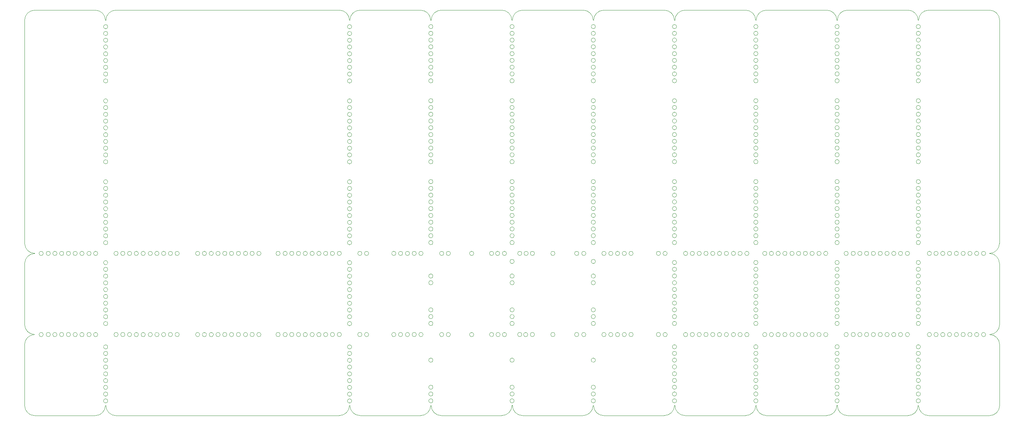
<source format=gm1>
G04 #@! TF.GenerationSoftware,KiCad,Pcbnew,7.0.2-0*
G04 #@! TF.CreationDate,2024-02-05T21:00:43+01:00*
G04 #@! TF.ProjectId,CYOA_Ortho,43594f41-5f4f-4727-9468-6f2e6b696361,rev?*
G04 #@! TF.SameCoordinates,Original*
G04 #@! TF.FileFunction,Profile,NP*
%FSLAX46Y46*%
G04 Gerber Fmt 4.6, Leading zero omitted, Abs format (unit mm)*
G04 Created by KiCad (PCBNEW 7.0.2-0) date 2024-02-05 21:00:43*
%MOMM*%
%LPD*%
G01*
G04 APERTURE LIST*
G04 #@! TA.AperFunction,Profile*
%ADD10C,0.100000*%
G04 #@! TD*
G04 APERTURE END LIST*
D10*
X166087500Y-93099999D02*
G75*
G03*
X166087500Y-93099999I-499999J0D01*
G01*
X191687500Y-93100000D02*
G75*
G03*
X191687500Y-93100000I-500000J0D01*
G01*
X108668749Y-93099997D02*
G75*
G03*
X108668749Y-93099997I-499999J0D01*
G01*
X250556248Y-112212503D02*
G75*
G03*
X250556248Y-112212503I-500000J0D01*
G01*
X57300000Y-131312500D02*
X109786783Y-131299283D01*
X112700000Y-121481250D02*
G75*
G03*
X112700000Y-121481250I-500000J0D01*
G01*
X53012499Y-112212500D02*
G75*
G03*
X53012499Y-112212500I-500000J0D01*
G01*
X208200000Y-87343750D02*
G75*
G03*
X208200000Y-87343750I-500000J0D01*
G01*
X227300000Y-58737500D02*
G75*
G03*
X227300000Y-58737500I-500000J0D01*
G01*
X49787500Y-112212499D02*
G75*
G03*
X49787500Y-112212499I-499999J0D01*
G01*
X261731249Y-93100000D02*
G75*
G03*
X261731249Y-93100000I-500000J0D01*
G01*
X189074283Y-95250000D02*
G75*
G03*
X189074283Y-95250000I-500000J0D01*
G01*
X246400000Y-60325000D02*
G75*
G03*
X246400000Y-60325000I-500000J0D01*
G01*
X253731248Y-112212502D02*
G75*
G03*
X253731248Y-112212502I-499999J0D01*
G01*
X55361783Y-79406250D02*
G75*
G03*
X55361783Y-79406250I-500000J0D01*
G01*
X150900000Y-41275000D02*
G75*
G03*
X150900000Y-41275000I-500000J0D01*
G01*
X171963217Y-35812517D02*
G75*
G03*
X169575717Y-38200000I-17J-2387483D01*
G01*
X226749283Y-38200000D02*
X226850717Y-38200000D01*
X57806249Y-112212499D02*
G75*
G03*
X57806249Y-112212499I-499999J0D01*
G01*
X131800000Y-46068750D02*
G75*
G03*
X131800000Y-46068750I-500000J0D01*
G01*
X246400000Y-95250000D02*
G75*
G03*
X246400000Y-95250000I-500000J0D01*
G01*
X252143748Y-112212503D02*
G75*
G03*
X252143748Y-112212503I-500000J0D01*
G01*
X198068750Y-112212502D02*
G75*
G03*
X198068750Y-112212502I-499999J0D01*
G01*
X227300000Y-95250000D02*
G75*
G03*
X227300000Y-95250000I-500000J0D01*
G01*
X131800000Y-85756250D02*
G75*
G03*
X131800000Y-85756250I-500000J0D01*
G01*
X133763217Y-35812517D02*
G75*
G03*
X131375717Y-38200000I-17J-2387483D01*
G01*
X112700000Y-109637500D02*
G75*
G03*
X112700000Y-109637500I-500000J0D01*
G01*
X55361783Y-108012500D02*
G75*
G03*
X55361783Y-108012500I-500000J0D01*
G01*
X246400000Y-126206250D02*
G75*
G03*
X246400000Y-126206250I-500000J0D01*
G01*
X189074283Y-68293750D02*
G75*
G03*
X189074283Y-68293750I-500000J0D01*
G01*
X229431249Y-93100000D02*
G75*
G03*
X229431249Y-93100000I-500000J0D01*
G01*
X45018749Y-93099998D02*
G75*
G03*
X45018749Y-93099998I-500000J0D01*
G01*
X150900000Y-65118750D02*
G75*
G03*
X150900000Y-65118750I-500000J0D01*
G01*
X208200000Y-57150000D02*
G75*
G03*
X208200000Y-57150000I-500000J0D01*
G01*
X245950717Y-128911783D02*
G75*
G03*
X248338217Y-131299283I2387483J-17D01*
G01*
X208200000Y-88931250D02*
G75*
G03*
X208200000Y-88931250I-500000J0D01*
G01*
X150900000Y-88931250D02*
G75*
G03*
X150900000Y-88931250I-500000J0D01*
G01*
X265012500Y-38200000D02*
G75*
G03*
X262625000Y-35812500I-2387500J0D01*
G01*
X227300000Y-106393750D02*
G75*
G03*
X227300000Y-106393750I-500000J0D01*
G01*
X112275717Y-128911783D02*
G75*
G03*
X114663217Y-131299283I2387483J-17D01*
G01*
X40206250Y-112212501D02*
G75*
G03*
X40206250Y-112212501I-500000J0D01*
G01*
X224637498Y-112212502D02*
G75*
G03*
X224637498Y-112212502I-499999J0D01*
G01*
X246400000Y-127825000D02*
G75*
G03*
X246400000Y-127825000I-500000J0D01*
G01*
X246400000Y-104806250D02*
G75*
G03*
X246400000Y-104806250I-500000J0D01*
G01*
X189074283Y-123031250D02*
G75*
G03*
X189074283Y-123031250I-500000J0D01*
G01*
X250556248Y-93100000D02*
G75*
G03*
X250556248Y-93100000I-500000J0D01*
G01*
X40206250Y-93099998D02*
G75*
G03*
X40206250Y-93099998I-500000J0D01*
G01*
X189074283Y-63500000D02*
G75*
G03*
X189074283Y-63500000I-500000J0D01*
G01*
X43431249Y-93099998D02*
G75*
G03*
X43431249Y-93099998I-500000J0D01*
G01*
X208200000Y-42862500D02*
G75*
G03*
X208200000Y-42862500I-500000J0D01*
G01*
X170000000Y-85756250D02*
G75*
G03*
X170000000Y-85756250I-500000J0D01*
G01*
X229238217Y-131299283D02*
X243461783Y-131299283D01*
X150900000Y-98425000D02*
G75*
G03*
X150900000Y-98425000I-500000J0D01*
G01*
X131800000Y-71500000D02*
G75*
G03*
X131800000Y-71500000I-500000J0D01*
G01*
X55361783Y-69912500D02*
G75*
G03*
X55361783Y-69912500I-500000J0D01*
G01*
X131800000Y-68293750D02*
G75*
G03*
X131800000Y-68293750I-500000J0D01*
G01*
X189074283Y-82550000D02*
G75*
G03*
X189074283Y-82550000I-500000J0D01*
G01*
X189074283Y-60325000D02*
G75*
G03*
X189074283Y-60325000I-500000J0D01*
G01*
X189074283Y-76200000D02*
G75*
G03*
X189074283Y-76200000I-500000J0D01*
G01*
X135912499Y-112212501D02*
G75*
G03*
X135912499Y-112212501I-500000J0D01*
G01*
X189074283Y-87343750D02*
G75*
G03*
X189074283Y-87343750I-500000J0D01*
G01*
X246400000Y-118237500D02*
G75*
G03*
X246400000Y-118237500I-500000J0D01*
G01*
X227300000Y-39687500D02*
G75*
G03*
X227300000Y-39687500I-500000J0D01*
G01*
X248338217Y-35812517D02*
G75*
G03*
X245950717Y-38200000I-17J-2387483D01*
G01*
X55361783Y-39718750D02*
G75*
G03*
X55361783Y-39718750I-500000J0D01*
G01*
X170000000Y-52450000D02*
G75*
G03*
X170000000Y-52450000I-500000J0D01*
G01*
X170000000Y-46068750D02*
G75*
G03*
X170000000Y-46068750I-500000J0D01*
G01*
X208200000Y-107981250D02*
G75*
G03*
X208200000Y-107981250I-500000J0D01*
G01*
X227300000Y-107981250D02*
G75*
G03*
X227300000Y-107981250I-500000J0D01*
G01*
X150900000Y-52450000D02*
G75*
G03*
X150900000Y-52450000I-500000J0D01*
G01*
X55361783Y-49275000D02*
G75*
G03*
X55361783Y-49275000I-500000J0D01*
G01*
X112700000Y-101637500D02*
G75*
G03*
X112700000Y-101637500I-500000J0D01*
G01*
X112700000Y-100050000D02*
G75*
G03*
X112700000Y-100050000I-500000J0D01*
G01*
X227300000Y-119825000D02*
G75*
G03*
X227300000Y-119825000I-500000J0D01*
G01*
X112174283Y-128911783D02*
X112275717Y-128911783D01*
X133763217Y-131299283D02*
X147986783Y-131299283D01*
X229431249Y-112212503D02*
G75*
G03*
X229431249Y-112212503I-500000J0D01*
G01*
X186186783Y-131299283D02*
G75*
G03*
X188574283Y-128911783I17J2387483D01*
G01*
X150900000Y-90550000D02*
G75*
G03*
X150900000Y-90550000I-500000J0D01*
G01*
X246400000Y-58737500D02*
G75*
G03*
X246400000Y-58737500I-500000J0D01*
G01*
X131800000Y-76200000D02*
G75*
G03*
X131800000Y-76200000I-500000J0D01*
G01*
X205286783Y-131299283D02*
G75*
G03*
X207674283Y-128911783I17J2387483D01*
G01*
X83368749Y-93099996D02*
G75*
G03*
X83368749Y-93099996I-499999J0D01*
G01*
X150900000Y-47656250D02*
G75*
G03*
X150900000Y-47656250I-500000J0D01*
G01*
X265012500Y-114600000D02*
G75*
G03*
X262625000Y-112212500I-2387500J0D01*
G01*
X112700000Y-65156250D02*
G75*
G03*
X112700000Y-65156250I-500000J0D01*
G01*
X55361783Y-65150000D02*
G75*
G03*
X55361783Y-65150000I-500000J0D01*
G01*
X112700000Y-47693750D02*
G75*
G03*
X112700000Y-47693750I-500000J0D01*
G01*
X170000000Y-68293750D02*
G75*
G03*
X170000000Y-68293750I-500000J0D01*
G01*
X112700000Y-68331250D02*
G75*
G03*
X112700000Y-68331250I-500000J0D01*
G01*
X258524998Y-112212502D02*
G75*
G03*
X258524998Y-112212502I-499999J0D01*
G01*
X112700000Y-84206250D02*
G75*
G03*
X112700000Y-84206250I-500000J0D01*
G01*
X227300000Y-126206250D02*
G75*
G03*
X227300000Y-126206250I-500000J0D01*
G01*
X227300000Y-124618750D02*
G75*
G03*
X227300000Y-124618750I-500000J0D01*
G01*
X170000000Y-95000000D02*
G75*
G03*
X170000000Y-95000000I-500000J0D01*
G01*
X227300000Y-96837500D02*
G75*
G03*
X227300000Y-96837500I-500000J0D01*
G01*
X227300000Y-127825000D02*
G75*
G03*
X227300000Y-127825000I-500000J0D01*
G01*
X208200000Y-71500000D02*
G75*
G03*
X208200000Y-71500000I-500000J0D01*
G01*
X262586783Y-93112483D02*
G75*
G03*
X264974283Y-90725000I17J2387483D01*
G01*
X109786783Y-35812500D02*
X57300000Y-35812500D01*
X248338217Y-131299283D02*
X262625000Y-131312500D01*
X150900000Y-87343750D02*
G75*
G03*
X150900000Y-87343750I-500000J0D01*
G01*
X246400000Y-124618750D02*
G75*
G03*
X246400000Y-124618750I-500000J0D01*
G01*
X189074283Y-107981250D02*
G75*
G03*
X189074283Y-107981250I-500000J0D01*
G01*
X76987499Y-112212500D02*
G75*
G03*
X76987499Y-112212500I-500000J0D01*
G01*
X246400000Y-123031250D02*
G75*
G03*
X246400000Y-123031250I-500000J0D01*
G01*
X215031249Y-93099999D02*
G75*
G03*
X215031249Y-93099999I-499999J0D01*
G01*
X232656248Y-112212503D02*
G75*
G03*
X232656248Y-112212503I-500000J0D01*
G01*
X170000000Y-98425000D02*
G75*
G03*
X170000000Y-98425000I-500000J0D01*
G01*
X227300000Y-109600000D02*
G75*
G03*
X227300000Y-109600000I-500000J0D01*
G01*
X62568749Y-112212499D02*
G75*
G03*
X62568749Y-112212499I-499999J0D01*
G01*
X45018749Y-112212501D02*
G75*
G03*
X45018749Y-112212501I-500000J0D01*
G01*
X208200000Y-123031250D02*
G75*
G03*
X208200000Y-123031250I-500000J0D01*
G01*
X150475717Y-128911783D02*
G75*
G03*
X152863217Y-131299283I2387483J-17D01*
G01*
X255349998Y-93099999D02*
G75*
G03*
X255349998Y-93099999I-499999J0D01*
G01*
X55361783Y-57181250D02*
G75*
G03*
X55361783Y-57181250I-500000J0D01*
G01*
X169474300Y-38200000D02*
G75*
G03*
X167086783Y-35812500I-2387500J0D01*
G01*
X55361783Y-109631250D02*
G75*
G03*
X55361783Y-109631250I-500000J0D01*
G01*
X129481249Y-112212500D02*
G75*
G03*
X129481249Y-112212500I-499999J0D01*
G01*
X208200000Y-65118750D02*
G75*
G03*
X208200000Y-65118750I-500000J0D01*
G01*
X208200000Y-116650000D02*
G75*
G03*
X208200000Y-116650000I-500000J0D01*
G01*
X186875001Y-112212502D02*
G75*
G03*
X186875001Y-112212502I-499999J0D01*
G01*
X227300000Y-98425000D02*
G75*
G03*
X227300000Y-98425000I-500000J0D01*
G01*
X262625000Y-112212500D02*
G75*
G03*
X265012500Y-109825000I0J2387500D01*
G01*
X189074283Y-80962500D02*
G75*
G03*
X189074283Y-80962500I-500000J0D01*
G01*
X112700000Y-87381250D02*
G75*
G03*
X112700000Y-87381250I-500000J0D01*
G01*
X64187500Y-93099997D02*
G75*
G03*
X64187500Y-93099997I-500000J0D01*
G01*
X131274300Y-38200000D02*
G75*
G03*
X128886783Y-35812500I-2387500J0D01*
G01*
X95887500Y-93099997D02*
G75*
G03*
X95887500Y-93099997I-499999J0D01*
G01*
X246400000Y-87343750D02*
G75*
G03*
X246400000Y-87343750I-500000J0D01*
G01*
X114663217Y-131299283D02*
X128886783Y-131299283D01*
X170000000Y-39687500D02*
G75*
G03*
X170000000Y-39687500I-500000J0D01*
G01*
X229238217Y-35812517D02*
G75*
G03*
X226850717Y-38200000I-17J-2387483D01*
G01*
X149099999Y-93099998D02*
G75*
G03*
X149099999Y-93099998I-499999J0D01*
G01*
X237449998Y-93099999D02*
G75*
G03*
X237449998Y-93099999I-499999J0D01*
G01*
X246400000Y-46068750D02*
G75*
G03*
X246400000Y-46068750I-500000J0D01*
G01*
X170000000Y-76200000D02*
G75*
G03*
X170000000Y-76200000I-500000J0D01*
G01*
X189074283Y-58737500D02*
G75*
G03*
X189074283Y-58737500I-500000J0D01*
G01*
X246400000Y-107981250D02*
G75*
G03*
X246400000Y-107981250I-500000J0D01*
G01*
X131800000Y-80962500D02*
G75*
G03*
X131800000Y-80962500I-500000J0D01*
G01*
X170000000Y-109600000D02*
G75*
G03*
X170000000Y-109600000I-500000J0D01*
G01*
X208200000Y-109600000D02*
G75*
G03*
X208200000Y-109600000I-500000J0D01*
G01*
X246400000Y-52450000D02*
G75*
G03*
X246400000Y-52450000I-500000J0D01*
G01*
X246400000Y-96837500D02*
G75*
G03*
X246400000Y-96837500I-500000J0D01*
G01*
X178868749Y-112212502D02*
G75*
G03*
X178868749Y-112212502I-499999J0D01*
G01*
X54811066Y-38200000D02*
X54912500Y-38200000D01*
X55361783Y-126237500D02*
G75*
G03*
X55361783Y-126237500I-500000J0D01*
G01*
X89799999Y-112212500D02*
G75*
G03*
X89799999Y-112212500I-500000J0D01*
G01*
X35812500Y-128925000D02*
G75*
G03*
X38200000Y-131312500I2387500J0D01*
G01*
X116700000Y-112212501D02*
G75*
G03*
X116700000Y-112212501I-500000J0D01*
G01*
X127893749Y-112212500D02*
G75*
G03*
X127893749Y-112212500I-499999J0D01*
G01*
X206087500Y-93100000D02*
G75*
G03*
X206087500Y-93100000I-500000J0D01*
G01*
X208200000Y-103218750D02*
G75*
G03*
X208200000Y-103218750I-500000J0D01*
G01*
X41874999Y-93099997D02*
G75*
G03*
X41874999Y-93099997I-499999J0D01*
G01*
X227300000Y-79375000D02*
G75*
G03*
X227300000Y-79375000I-500000J0D01*
G01*
X208200000Y-126206250D02*
G75*
G03*
X208200000Y-126206250I-500000J0D01*
G01*
X208200000Y-66706250D02*
G75*
G03*
X208200000Y-66706250I-500000J0D01*
G01*
X131800000Y-58737500D02*
G75*
G03*
X131800000Y-58737500I-500000J0D01*
G01*
X189074283Y-77787500D02*
G75*
G03*
X189074283Y-77787500I-500000J0D01*
G01*
X88243749Y-112212499D02*
G75*
G03*
X88243749Y-112212499I-499999J0D01*
G01*
X246400000Y-79375000D02*
G75*
G03*
X246400000Y-79375000I-500000J0D01*
G01*
X189074283Y-98425000D02*
G75*
G03*
X189074283Y-98425000I-500000J0D01*
G01*
X227300000Y-101600000D02*
G75*
G03*
X227300000Y-101600000I-500000J0D01*
G01*
X154099999Y-112212501D02*
G75*
G03*
X154099999Y-112212501I-499999J0D01*
G01*
X99112499Y-112212501D02*
G75*
G03*
X99112499Y-112212501I-500000J0D01*
G01*
X264974283Y-90725000D02*
X265012500Y-38200000D01*
X150900000Y-107981250D02*
G75*
G03*
X150900000Y-107981250I-500000J0D01*
G01*
X189074283Y-65118750D02*
G75*
G03*
X189074283Y-65118750I-500000J0D01*
G01*
X112700000Y-79412500D02*
G75*
G03*
X112700000Y-79412500I-500000J0D01*
G01*
X150900000Y-61912500D02*
G75*
G03*
X150900000Y-61912500I-500000J0D01*
G01*
X55361783Y-115125000D02*
G75*
G03*
X55361783Y-115125000I-500000J0D01*
G01*
X208200000Y-77787500D02*
G75*
G03*
X208200000Y-77787500I-500000J0D01*
G01*
X227300000Y-68293750D02*
G75*
G03*
X227300000Y-68293750I-500000J0D01*
G01*
X194893750Y-112212502D02*
G75*
G03*
X194893750Y-112212502I-499999J0D01*
G01*
X112700000Y-49281250D02*
G75*
G03*
X112700000Y-49281250I-500000J0D01*
G01*
X60981249Y-112212499D02*
G75*
G03*
X60981249Y-112212499I-499999J0D01*
G01*
X199656250Y-112212502D02*
G75*
G03*
X199656250Y-112212502I-499999J0D01*
G01*
X55361783Y-71531250D02*
G75*
G03*
X55361783Y-71531250I-500000J0D01*
G01*
X246400000Y-66706250D02*
G75*
G03*
X246400000Y-66706250I-500000J0D01*
G01*
X112700000Y-39725000D02*
G75*
G03*
X112700000Y-39725000I-500000J0D01*
G01*
X207775717Y-128911783D02*
G75*
G03*
X210163217Y-131299283I2387483J-17D01*
G01*
X246400000Y-49243750D02*
G75*
G03*
X246400000Y-49243750I-500000J0D01*
G01*
X149099999Y-112212501D02*
G75*
G03*
X149099999Y-112212501I-499999J0D01*
G01*
X245849300Y-38200000D02*
G75*
G03*
X243461783Y-35812500I-2387500J0D01*
G01*
X131800000Y-57150000D02*
G75*
G03*
X131800000Y-57150000I-500000J0D01*
G01*
X227300000Y-100012500D02*
G75*
G03*
X227300000Y-100012500I-500000J0D01*
G01*
X175693749Y-112212502D02*
G75*
G03*
X175693749Y-112212502I-499999J0D01*
G01*
X55361783Y-52481250D02*
G75*
G03*
X55361783Y-52481250I-500000J0D01*
G01*
X208200000Y-118237500D02*
G75*
G03*
X208200000Y-118237500I-500000J0D01*
G01*
X227300000Y-121443750D02*
G75*
G03*
X227300000Y-121443750I-500000J0D01*
G01*
X170000000Y-79375000D02*
G75*
G03*
X170000000Y-79375000I-500000J0D01*
G01*
X141399999Y-112212501D02*
G75*
G03*
X141399999Y-112212501I-499999J0D01*
G01*
X150900000Y-57150000D02*
G75*
G03*
X150900000Y-57150000I-500000J0D01*
G01*
X227300000Y-66706250D02*
G75*
G03*
X227300000Y-66706250I-500000J0D01*
G01*
X227300000Y-82550000D02*
G75*
G03*
X227300000Y-82550000I-500000J0D01*
G01*
X55361783Y-66737500D02*
G75*
G03*
X55361783Y-66737500I-500000J0D01*
G01*
X211856249Y-112212503D02*
G75*
G03*
X211856249Y-112212503I-500000J0D01*
G01*
X189074283Y-39687500D02*
G75*
G03*
X189074283Y-39687500I-500000J0D01*
G01*
X246400000Y-101600000D02*
G75*
G03*
X246400000Y-101600000I-500000J0D01*
G01*
X265012500Y-109825000D02*
X264974283Y-95500000D01*
X112700000Y-119862500D02*
G75*
G03*
X112700000Y-119862500I-500000J0D01*
G01*
X97556249Y-93099997D02*
G75*
G03*
X97556249Y-93099997I-499999J0D01*
G01*
X189074283Y-46068750D02*
G75*
G03*
X189074283Y-46068750I-500000J0D01*
G01*
X112700000Y-77825000D02*
G75*
G03*
X112700000Y-77825000I-500000J0D01*
G01*
X246400000Y-63500000D02*
G75*
G03*
X246400000Y-63500000I-500000J0D01*
G01*
X189074283Y-101600000D02*
G75*
G03*
X189074283Y-101600000I-500000J0D01*
G01*
X208200000Y-49243750D02*
G75*
G03*
X208200000Y-49243750I-500000J0D01*
G01*
X246400000Y-42862500D02*
G75*
G03*
X246400000Y-42862500I-500000J0D01*
G01*
X227300000Y-76200000D02*
G75*
G03*
X227300000Y-76200000I-500000J0D01*
G01*
X227300000Y-44450000D02*
G75*
G03*
X227300000Y-44450000I-500000J0D01*
G01*
X76987499Y-93099997D02*
G75*
G03*
X76987499Y-93099997I-500000J0D01*
G01*
X227300000Y-123031250D02*
G75*
G03*
X227300000Y-123031250I-500000J0D01*
G01*
X65856249Y-112212499D02*
G75*
G03*
X65856249Y-112212499I-499999J0D01*
G01*
X239037498Y-93099999D02*
G75*
G03*
X239037498Y-93099999I-499999J0D01*
G01*
X35812500Y-109825000D02*
G75*
G03*
X38200000Y-112212500I2387500J0D01*
G01*
X48200000Y-93099997D02*
G75*
G03*
X48200000Y-93099997I-500000J0D01*
G01*
X55361783Y-87375000D02*
G75*
G03*
X55361783Y-87375000I-500000J0D01*
G01*
X112700000Y-66743750D02*
G75*
G03*
X112700000Y-66743750I-500000J0D01*
G01*
X131800000Y-98425000D02*
G75*
G03*
X131800000Y-98425000I-500000J0D01*
G01*
X152699999Y-112212501D02*
G75*
G03*
X152699999Y-112212501I-499999J0D01*
G01*
X112700000Y-108018750D02*
G75*
G03*
X112700000Y-108018750I-500000J0D01*
G01*
X170000000Y-63500000D02*
G75*
G03*
X170000000Y-63500000I-500000J0D01*
G01*
X262625000Y-131312500D02*
G75*
G03*
X265012500Y-128925000I0J2387500D01*
G01*
X160487499Y-93099999D02*
G75*
G03*
X160487499Y-93099999I-500000J0D01*
G01*
X208200000Y-50831250D02*
G75*
G03*
X208200000Y-50831250I-500000J0D01*
G01*
X55361783Y-58768750D02*
G75*
G03*
X55361783Y-58768750I-500000J0D01*
G01*
X246400000Y-90550000D02*
G75*
G03*
X246400000Y-90550000I-500000J0D01*
G01*
X189074283Y-90550000D02*
G75*
G03*
X189074283Y-90550000I-500000J0D01*
G01*
X227300000Y-115093750D02*
G75*
G03*
X227300000Y-115093750I-500000J0D01*
G01*
X246400000Y-109600000D02*
G75*
G03*
X246400000Y-109600000I-500000J0D01*
G01*
X80193749Y-112212499D02*
G75*
G03*
X80193749Y-112212499I-499999J0D01*
G01*
X131800000Y-49243750D02*
G75*
G03*
X131800000Y-49243750I-500000J0D01*
G01*
X208200000Y-76200000D02*
G75*
G03*
X208200000Y-76200000I-500000J0D01*
G01*
X246400000Y-103218750D02*
G75*
G03*
X246400000Y-103218750I-500000J0D01*
G01*
X206087500Y-112212503D02*
G75*
G03*
X206087500Y-112212503I-500000J0D01*
G01*
X38212500Y-93112500D02*
G75*
G03*
X35825000Y-95500000I0J-2387500D01*
G01*
X208200000Y-69881250D02*
G75*
G03*
X208200000Y-69881250I-500000J0D01*
G01*
X67412499Y-112212500D02*
G75*
G03*
X67412499Y-112212500I-500000J0D01*
G01*
X129481249Y-93099997D02*
G75*
G03*
X129481249Y-93099997I-499999J0D01*
G01*
X55361783Y-63531250D02*
G75*
G03*
X55361783Y-63531250I-500000J0D01*
G01*
X227300000Y-42862500D02*
G75*
G03*
X227300000Y-42862500I-500000J0D01*
G01*
X235831248Y-93099999D02*
G75*
G03*
X235831248Y-93099999I-499999J0D01*
G01*
X123099999Y-93099998D02*
G75*
G03*
X123099999Y-93099998I-500000J0D01*
G01*
X178868749Y-93099999D02*
G75*
G03*
X178868749Y-93099999I-499999J0D01*
G01*
X213443749Y-93100000D02*
G75*
G03*
X213443749Y-93100000I-500000J0D01*
G01*
X131800000Y-66706250D02*
G75*
G03*
X131800000Y-66706250I-500000J0D01*
G01*
X55361783Y-77818750D02*
G75*
G03*
X55361783Y-77818750I-500000J0D01*
G01*
X167061783Y-131299283D02*
G75*
G03*
X169449283Y-128911783I17J2387483D01*
G01*
X38200000Y-131312500D02*
X52423566Y-131312500D01*
X174106249Y-112212502D02*
G75*
G03*
X174106249Y-112212502I-499999J0D01*
G01*
X147986783Y-131299283D02*
G75*
G03*
X150374283Y-128911783I17J2387483D01*
G01*
X131800000Y-127825000D02*
G75*
G03*
X131800000Y-127825000I-500000J0D01*
G01*
X131800000Y-50831250D02*
G75*
G03*
X131800000Y-50831250I-500000J0D01*
G01*
X55361783Y-61943750D02*
G75*
G03*
X55361783Y-61943750I-500000J0D01*
G01*
X208200000Y-63500000D02*
G75*
G03*
X208200000Y-63500000I-500000J0D01*
G01*
X242212498Y-112212502D02*
G75*
G03*
X242212498Y-112212502I-499999J0D01*
G01*
X227300000Y-85756250D02*
G75*
G03*
X227300000Y-85756250I-500000J0D01*
G01*
X226749283Y-128911783D02*
X226850717Y-128911783D01*
X189074283Y-69881250D02*
G75*
G03*
X189074283Y-69881250I-500000J0D01*
G01*
X246400000Y-69881250D02*
G75*
G03*
X246400000Y-69881250I-500000J0D01*
G01*
X170000000Y-60325000D02*
G75*
G03*
X170000000Y-60325000I-500000J0D01*
G01*
X112700000Y-76237500D02*
G75*
G03*
X112700000Y-76237500I-500000J0D01*
G01*
X99112499Y-93099998D02*
G75*
G03*
X99112499Y-93099998I-500000J0D01*
G01*
X227300000Y-88931250D02*
G75*
G03*
X227300000Y-88931250I-500000J0D01*
G01*
X227300000Y-60325000D02*
G75*
G03*
X227300000Y-60325000I-500000J0D01*
G01*
X221431248Y-112212502D02*
G75*
G03*
X221431248Y-112212502I-499999J0D01*
G01*
X91387499Y-93099997D02*
G75*
G03*
X91387499Y-93099997I-500000J0D01*
G01*
X193275000Y-93099999D02*
G75*
G03*
X193275000Y-93099999I-499999J0D01*
G01*
X167756249Y-93099999D02*
G75*
G03*
X167756249Y-93099999I-499999J0D01*
G01*
X227300000Y-52450000D02*
G75*
G03*
X227300000Y-52450000I-500000J0D01*
G01*
X112700000Y-63537500D02*
G75*
G03*
X112700000Y-63537500I-500000J0D01*
G01*
X189074283Y-118237500D02*
G75*
G03*
X189074283Y-118237500I-500000J0D01*
G01*
X112700000Y-104843750D02*
G75*
G03*
X112700000Y-104843750I-500000J0D01*
G01*
X219843748Y-112212503D02*
G75*
G03*
X219843748Y-112212503I-500000J0D01*
G01*
X49787500Y-93099996D02*
G75*
G03*
X49787500Y-93099996I-499999J0D01*
G01*
X91387499Y-112212500D02*
G75*
G03*
X91387499Y-112212500I-500000J0D01*
G01*
X115112500Y-112212501D02*
G75*
G03*
X115112500Y-112212501I-500000J0D01*
G01*
X107081249Y-93099997D02*
G75*
G03*
X107081249Y-93099997I-499999J0D01*
G01*
X224361783Y-131299283D02*
G75*
G03*
X226749283Y-128911783I17J2387483D01*
G01*
X170000000Y-41275000D02*
G75*
G03*
X170000000Y-41275000I-500000J0D01*
G01*
X189074283Y-57150000D02*
G75*
G03*
X189074283Y-57150000I-500000J0D01*
G01*
X150900000Y-58737500D02*
G75*
G03*
X150900000Y-58737500I-500000J0D01*
G01*
X124687499Y-112212500D02*
G75*
G03*
X124687499Y-112212500I-499999J0D01*
G01*
X131375717Y-128911783D02*
G75*
G03*
X133763217Y-131299283I2387483J-17D01*
G01*
X246400000Y-80962500D02*
G75*
G03*
X246400000Y-80962500I-500000J0D01*
G01*
X54811100Y-38200000D02*
G75*
G03*
X52423566Y-35812500I-2387500J0D01*
G01*
X227300000Y-47656250D02*
G75*
G03*
X227300000Y-47656250I-500000J0D01*
G01*
X208200000Y-124618750D02*
G75*
G03*
X208200000Y-124618750I-500000J0D01*
G01*
X170000000Y-126206250D02*
G75*
G03*
X170000000Y-126206250I-500000J0D01*
G01*
X186875001Y-93099999D02*
G75*
G03*
X186875001Y-93099999I-499999J0D01*
G01*
X189074283Y-88931250D02*
G75*
G03*
X189074283Y-88931250I-500000J0D01*
G01*
X167086783Y-35812500D02*
X152838217Y-35812500D01*
X46612500Y-112212500D02*
G75*
G03*
X46612500Y-112212500I-500000J0D01*
G01*
X246400000Y-61912500D02*
G75*
G03*
X246400000Y-61912500I-500000J0D01*
G01*
X248999998Y-93099999D02*
G75*
G03*
X248999998Y-93099999I-499999J0D01*
G01*
X114663217Y-35812500D02*
X128886783Y-35812500D01*
X246400000Y-88931250D02*
G75*
G03*
X246400000Y-88931250I-500000J0D01*
G01*
X210299999Y-93099999D02*
G75*
G03*
X210299999Y-93099999I-499999J0D01*
G01*
X126306249Y-112212500D02*
G75*
G03*
X126306249Y-112212500I-499999J0D01*
G01*
X131800000Y-77787500D02*
G75*
G03*
X131800000Y-77787500I-500000J0D01*
G01*
X112700000Y-61950000D02*
G75*
G03*
X112700000Y-61950000I-500000J0D01*
G01*
X112700000Y-60362500D02*
G75*
G03*
X112700000Y-60362500I-500000J0D01*
G01*
X227300000Y-104806250D02*
G75*
G03*
X227300000Y-104806250I-500000J0D01*
G01*
X166087500Y-112212502D02*
G75*
G03*
X166087500Y-112212502I-499999J0D01*
G01*
X246400000Y-47656250D02*
G75*
G03*
X246400000Y-47656250I-500000J0D01*
G01*
X198068750Y-93099999D02*
G75*
G03*
X198068750Y-93099999I-499999J0D01*
G01*
X81781249Y-112212499D02*
G75*
G03*
X81781249Y-112212499I-499999J0D01*
G01*
X208200000Y-119825000D02*
G75*
G03*
X208200000Y-119825000I-500000J0D01*
G01*
X171938217Y-131299283D02*
X186186783Y-131299283D01*
X227300000Y-77787500D02*
G75*
G03*
X227300000Y-77787500I-500000J0D01*
G01*
X131800000Y-90550000D02*
G75*
G03*
X131800000Y-90550000I-500000J0D01*
G01*
X202943750Y-93099999D02*
G75*
G03*
X202943750Y-93099999I-499999J0D01*
G01*
X208200000Y-95250000D02*
G75*
G03*
X208200000Y-95250000I-500000J0D01*
G01*
X131800000Y-88931250D02*
G75*
G03*
X131800000Y-88931250I-500000J0D01*
G01*
X189074283Y-103218750D02*
G75*
G03*
X189074283Y-103218750I-500000J0D01*
G01*
X189074283Y-126206250D02*
G75*
G03*
X189074283Y-126206250I-500000J0D01*
G01*
X208200000Y-80962500D02*
G75*
G03*
X208200000Y-80962500I-500000J0D01*
G01*
X131800000Y-106393750D02*
G75*
G03*
X131800000Y-106393750I-500000J0D01*
G01*
X112700000Y-69918750D02*
G75*
G03*
X112700000Y-69918750I-500000J0D01*
G01*
X131800000Y-69881250D02*
G75*
G03*
X131800000Y-69881250I-500000J0D01*
G01*
X170000000Y-118237500D02*
G75*
G03*
X170000000Y-118237500I-500000J0D01*
G01*
X69000000Y-93099997D02*
G75*
G03*
X69000000Y-93099997I-500000J0D01*
G01*
X246400000Y-57150000D02*
G75*
G03*
X246400000Y-57150000I-500000J0D01*
G01*
X55361783Y-82581250D02*
G75*
G03*
X55361783Y-82581250I-500000J0D01*
G01*
X246400000Y-41275000D02*
G75*
G03*
X246400000Y-41275000I-500000J0D01*
G01*
X150900000Y-60325000D02*
G75*
G03*
X150900000Y-60325000I-500000J0D01*
G01*
X170000000Y-44450000D02*
G75*
G03*
X170000000Y-44450000I-500000J0D01*
G01*
X55361783Y-50862500D02*
G75*
G03*
X55361783Y-50862500I-500000J0D01*
G01*
X213443749Y-112212503D02*
G75*
G03*
X213443749Y-112212503I-500000J0D01*
G01*
X86575000Y-112212500D02*
G75*
G03*
X86575000Y-112212500I-500000J0D01*
G01*
X55361783Y-121475000D02*
G75*
G03*
X55361783Y-121475000I-500000J0D01*
G01*
X54912500Y-128925000D02*
G75*
G03*
X57300000Y-131312500I2387500J0D01*
G01*
X131274283Y-128911783D02*
X131375717Y-128911783D01*
X78574999Y-93099996D02*
G75*
G03*
X78574999Y-93099996I-499999J0D01*
G01*
X150900000Y-39687500D02*
G75*
G03*
X150900000Y-39687500I-500000J0D01*
G01*
X112700000Y-96875000D02*
G75*
G03*
X112700000Y-96875000I-500000J0D01*
G01*
X208200000Y-101600000D02*
G75*
G03*
X208200000Y-101600000I-500000J0D01*
G01*
X208200000Y-47656250D02*
G75*
G03*
X208200000Y-47656250I-500000J0D01*
G01*
X189074283Y-49243750D02*
G75*
G03*
X189074283Y-49243750I-500000J0D01*
G01*
X189074283Y-47656250D02*
G75*
G03*
X189074283Y-47656250I-500000J0D01*
G01*
X150900000Y-127825000D02*
G75*
G03*
X150900000Y-127825000I-500000J0D01*
G01*
X189074283Y-116650000D02*
G75*
G03*
X189074283Y-116650000I-500000J0D01*
G01*
X246400000Y-82550000D02*
G75*
G03*
X246400000Y-82550000I-500000J0D01*
G01*
X170000000Y-127825000D02*
G75*
G03*
X170000000Y-127825000I-500000J0D01*
G01*
X189074283Y-121443750D02*
G75*
G03*
X189074283Y-121443750I-500000J0D01*
G01*
X46612500Y-93099997D02*
G75*
G03*
X46612500Y-93099997I-500000J0D01*
G01*
X207674283Y-128911783D02*
X207775717Y-128911783D01*
X103906249Y-112212500D02*
G75*
G03*
X103906249Y-112212500I-499999J0D01*
G01*
X70587500Y-93099997D02*
G75*
G03*
X70587500Y-93099997I-500000J0D01*
G01*
X174106249Y-93099999D02*
G75*
G03*
X174106249Y-93099999I-499999J0D01*
G01*
X218256248Y-112212503D02*
G75*
G03*
X218256248Y-112212503I-500000J0D01*
G01*
X152838217Y-35812517D02*
G75*
G03*
X150450717Y-38200000I-17J-2387483D01*
G01*
X131800000Y-63500000D02*
G75*
G03*
X131800000Y-63500000I-500000J0D01*
G01*
X240624998Y-112212502D02*
G75*
G03*
X240624998Y-112212502I-499999J0D01*
G01*
X112700000Y-71537500D02*
G75*
G03*
X112700000Y-71537500I-500000J0D01*
G01*
X188574283Y-128911783D02*
X188675717Y-128911783D01*
X150900000Y-49243750D02*
G75*
G03*
X150900000Y-49243750I-500000J0D01*
G01*
X246400000Y-50831250D02*
G75*
G03*
X246400000Y-50831250I-500000J0D01*
G01*
X150900000Y-126206250D02*
G75*
G03*
X150900000Y-126206250I-500000J0D01*
G01*
X170000000Y-84168750D02*
G75*
G03*
X170000000Y-84168750I-500000J0D01*
G01*
X208200000Y-104806250D02*
G75*
G03*
X208200000Y-104806250I-500000J0D01*
G01*
X170000000Y-42862500D02*
G75*
G03*
X170000000Y-42862500I-500000J0D01*
G01*
X243831249Y-93100000D02*
G75*
G03*
X243831249Y-93100000I-500000J0D01*
G01*
X131800000Y-61912500D02*
G75*
G03*
X131800000Y-61912500I-500000J0D01*
G01*
X188675717Y-128911783D02*
G75*
G03*
X191063217Y-131299283I2387483J-17D01*
G01*
X112700000Y-116687500D02*
G75*
G03*
X112700000Y-116687500I-500000J0D01*
G01*
X55361783Y-76231250D02*
G75*
G03*
X55361783Y-76231250I-500000J0D01*
G01*
X208200000Y-41275000D02*
G75*
G03*
X208200000Y-41275000I-500000J0D01*
G01*
X216699998Y-93099999D02*
G75*
G03*
X216699998Y-93099999I-499999J0D01*
G01*
X112700000Y-124656250D02*
G75*
G03*
X112700000Y-124656250I-500000J0D01*
G01*
X191063217Y-35812500D02*
X205286783Y-35812500D01*
X210299999Y-112212502D02*
G75*
G03*
X210299999Y-112212502I-499999J0D01*
G01*
X170000000Y-61912500D02*
G75*
G03*
X170000000Y-61912500I-500000J0D01*
G01*
X150900000Y-71500000D02*
G75*
G03*
X150900000Y-71500000I-500000J0D01*
G01*
X141399999Y-93099998D02*
G75*
G03*
X141399999Y-93099998I-499999J0D01*
G01*
X260112498Y-93099999D02*
G75*
G03*
X260112498Y-93099999I-499999J0D01*
G01*
X131800000Y-52450000D02*
G75*
G03*
X131800000Y-52450000I-500000J0D01*
G01*
X112700000Y-98462500D02*
G75*
G03*
X112700000Y-98462500I-500000J0D01*
G01*
X208200000Y-39687500D02*
G75*
G03*
X208200000Y-39687500I-500000J0D01*
G01*
X131800000Y-107981250D02*
G75*
G03*
X131800000Y-107981250I-500000J0D01*
G01*
X84956249Y-112212499D02*
G75*
G03*
X84956249Y-112212499I-499999J0D01*
G01*
X112700000Y-115131250D02*
G75*
G03*
X112700000Y-115131250I-500000J0D01*
G01*
X208200000Y-68293750D02*
G75*
G03*
X208200000Y-68293750I-500000J0D01*
G01*
X246400000Y-121443750D02*
G75*
G03*
X246400000Y-121443750I-500000J0D01*
G01*
X189074283Y-124618750D02*
G75*
G03*
X189074283Y-124618750I-500000J0D01*
G01*
X189074283Y-44450000D02*
G75*
G03*
X189074283Y-44450000I-500000J0D01*
G01*
X55361783Y-42893750D02*
G75*
G03*
X55361783Y-42893750I-500000J0D01*
G01*
X256937498Y-112212502D02*
G75*
G03*
X256937498Y-112212502I-499999J0D01*
G01*
X134356249Y-112212500D02*
G75*
G03*
X134356249Y-112212500I-499999J0D01*
G01*
X227300000Y-69881250D02*
G75*
G03*
X227300000Y-69881250I-500000J0D01*
G01*
X112700000Y-103256250D02*
G75*
G03*
X112700000Y-103256250I-500000J0D01*
G01*
X191687500Y-112212503D02*
G75*
G03*
X191687500Y-112212503I-500000J0D01*
G01*
X208200000Y-100012500D02*
G75*
G03*
X208200000Y-100012500I-500000J0D01*
G01*
X81781249Y-93099996D02*
G75*
G03*
X81781249Y-93099996I-499999J0D01*
G01*
X170000000Y-57150000D02*
G75*
G03*
X170000000Y-57150000I-500000J0D01*
G01*
X234243748Y-93100000D02*
G75*
G03*
X234243748Y-93100000I-500000J0D01*
G01*
X154199999Y-93099998D02*
G75*
G03*
X154199999Y-93099998I-499999J0D01*
G01*
X175693749Y-93099999D02*
G75*
G03*
X175693749Y-93099999I-499999J0D01*
G01*
X112700000Y-126243750D02*
G75*
G03*
X112700000Y-126243750I-500000J0D01*
G01*
X55361783Y-98456250D02*
G75*
G03*
X55361783Y-98456250I-500000J0D01*
G01*
X170000000Y-88931250D02*
G75*
G03*
X170000000Y-88931250I-500000J0D01*
G01*
X150900000Y-46068750D02*
G75*
G03*
X150900000Y-46068750I-500000J0D01*
G01*
X131800000Y-84168750D02*
G75*
G03*
X131800000Y-84168750I-500000J0D01*
G01*
X54811066Y-128925000D02*
X54912500Y-128925000D01*
X146087499Y-112212502D02*
G75*
G03*
X146087499Y-112212502I-500000J0D01*
G01*
X202943750Y-112212502D02*
G75*
G03*
X202943750Y-112212502I-499999J0D01*
G01*
X170000000Y-87343750D02*
G75*
G03*
X170000000Y-87343750I-500000J0D01*
G01*
X246400000Y-68293750D02*
G75*
G03*
X246400000Y-68293750I-500000J0D01*
G01*
X211856249Y-93100000D02*
G75*
G03*
X211856249Y-93100000I-500000J0D01*
G01*
X227300000Y-116650000D02*
G75*
G03*
X227300000Y-116650000I-500000J0D01*
G01*
X89799999Y-93099997D02*
G75*
G03*
X89799999Y-93099997I-500000J0D01*
G01*
X219843748Y-93100000D02*
G75*
G03*
X219843748Y-93100000I-500000J0D01*
G01*
X55361783Y-116681250D02*
G75*
G03*
X55361783Y-116681250I-500000J0D01*
G01*
X216699998Y-112212502D02*
G75*
G03*
X216699998Y-112212502I-499999J0D01*
G01*
X150349300Y-38200000D02*
G75*
G03*
X147961783Y-35812500I-2387500J0D01*
G01*
X35812500Y-114600000D02*
X35812500Y-128925000D01*
X108668749Y-112212500D02*
G75*
G03*
X108668749Y-112212500I-499999J0D01*
G01*
X38200000Y-35812500D02*
G75*
G03*
X35812500Y-38200000I0J-2387500D01*
G01*
X105493749Y-112212500D02*
G75*
G03*
X105493749Y-112212500I-499999J0D01*
G01*
X55361783Y-44481250D02*
G75*
G03*
X55361783Y-44481250I-500000J0D01*
G01*
X105493749Y-93099997D02*
G75*
G03*
X105493749Y-93099997I-499999J0D01*
G01*
X204500000Y-112212503D02*
G75*
G03*
X204500000Y-112212503I-500000J0D01*
G01*
X102287499Y-112212500D02*
G75*
G03*
X102287499Y-112212500I-499999J0D01*
G01*
X51456249Y-112212499D02*
G75*
G03*
X51456249Y-112212499I-499999J0D01*
G01*
X261731249Y-112212503D02*
G75*
G03*
X261731249Y-112212503I-500000J0D01*
G01*
X221431248Y-93099999D02*
G75*
G03*
X221431248Y-93099999I-499999J0D01*
G01*
X246400000Y-115093750D02*
G75*
G03*
X246400000Y-115093750I-500000J0D01*
G01*
X150900000Y-42862500D02*
G75*
G03*
X150900000Y-42862500I-500000J0D01*
G01*
X170000000Y-65118750D02*
G75*
G03*
X170000000Y-65118750I-500000J0D01*
G01*
X55361783Y-127838217D02*
G75*
G03*
X55361783Y-127838217I-500000J0D01*
G01*
X194893750Y-93099999D02*
G75*
G03*
X194893750Y-93099999I-499999J0D01*
G01*
X210163217Y-35812500D02*
X224361783Y-35812500D01*
X232656248Y-93100000D02*
G75*
G03*
X232656248Y-93100000I-500000J0D01*
G01*
X131800000Y-41275000D02*
G75*
G03*
X131800000Y-41275000I-500000J0D01*
G01*
X246400000Y-84168750D02*
G75*
G03*
X246400000Y-84168750I-500000J0D01*
G01*
X150900000Y-106393750D02*
G75*
G03*
X150900000Y-106393750I-500000J0D01*
G01*
X256937498Y-93099999D02*
G75*
G03*
X256937498Y-93099999I-499999J0D01*
G01*
X172487499Y-93099999D02*
G75*
G03*
X172487499Y-93099999I-499999J0D01*
G01*
X150900000Y-79375000D02*
G75*
G03*
X150900000Y-79375000I-500000J0D01*
G01*
X189074283Y-106393750D02*
G75*
G03*
X189074283Y-106393750I-500000J0D01*
G01*
X229238217Y-35812500D02*
X243461783Y-35812500D01*
X189074283Y-85756250D02*
G75*
G03*
X189074283Y-85756250I-500000J0D01*
G01*
X131800000Y-42862500D02*
G75*
G03*
X131800000Y-42862500I-500000J0D01*
G01*
X59393749Y-93099996D02*
G75*
G03*
X59393749Y-93099996I-499999J0D01*
G01*
X210163217Y-35812517D02*
G75*
G03*
X207775717Y-38200000I-17J-2387483D01*
G01*
X227300000Y-118237500D02*
G75*
G03*
X227300000Y-118237500I-500000J0D01*
G01*
X83368749Y-112212499D02*
G75*
G03*
X83368749Y-112212499I-499999J0D01*
G01*
X55361783Y-100043750D02*
G75*
G03*
X55361783Y-100043750I-500000J0D01*
G01*
X208200000Y-84168750D02*
G75*
G03*
X208200000Y-84168750I-500000J0D01*
G01*
X55361783Y-104837500D02*
G75*
G03*
X55361783Y-104837500I-500000J0D01*
G01*
X246400000Y-39687500D02*
G75*
G03*
X246400000Y-39687500I-500000J0D01*
G01*
X150900000Y-124618750D02*
G75*
G03*
X150900000Y-124618750I-500000J0D01*
G01*
X69000000Y-112212500D02*
G75*
G03*
X69000000Y-112212500I-500000J0D01*
G01*
X189074283Y-127825000D02*
G75*
G03*
X189074283Y-127825000I-500000J0D01*
G01*
X55361783Y-101631250D02*
G75*
G03*
X55361783Y-101631250I-500000J0D01*
G01*
X177281249Y-93099999D02*
G75*
G03*
X177281249Y-93099999I-499999J0D01*
G01*
X170000000Y-82550000D02*
G75*
G03*
X170000000Y-82550000I-500000J0D01*
G01*
X131800000Y-109600000D02*
G75*
G03*
X131800000Y-109600000I-500000J0D01*
G01*
X150900000Y-95000000D02*
G75*
G03*
X150900000Y-95000000I-500000J0D01*
G01*
X243461783Y-131299283D02*
G75*
G03*
X245849283Y-128911783I17J2387483D01*
G01*
X204500000Y-93100000D02*
G75*
G03*
X204500000Y-93100000I-500000J0D01*
G01*
X112700000Y-82587500D02*
G75*
G03*
X112700000Y-82587500I-500000J0D01*
G01*
X131800000Y-126206250D02*
G75*
G03*
X131800000Y-126206250I-500000J0D01*
G01*
X258524998Y-93099999D02*
G75*
G03*
X258524998Y-93099999I-499999J0D01*
G01*
X43431249Y-112212501D02*
G75*
G03*
X43431249Y-112212501I-500000J0D01*
G01*
X189074283Y-79375000D02*
G75*
G03*
X189074283Y-79375000I-500000J0D01*
G01*
X208200000Y-115093750D02*
G75*
G03*
X208200000Y-115093750I-500000J0D01*
G01*
X170000000Y-71500000D02*
G75*
G03*
X170000000Y-71500000I-500000J0D01*
G01*
X55361783Y-123062500D02*
G75*
G03*
X55361783Y-123062500I-500000J0D01*
G01*
X185299999Y-93100000D02*
G75*
G03*
X185299999Y-93100000I-500000J0D01*
G01*
X227300000Y-61912500D02*
G75*
G03*
X227300000Y-61912500I-500000J0D01*
G01*
X246400000Y-77787500D02*
G75*
G03*
X246400000Y-77787500I-500000J0D01*
G01*
X150900000Y-76200000D02*
G75*
G03*
X150900000Y-76200000I-500000J0D01*
G01*
X248999998Y-112212502D02*
G75*
G03*
X248999998Y-112212502I-499999J0D01*
G01*
X189074283Y-61912500D02*
G75*
G03*
X189074283Y-61912500I-500000J0D01*
G01*
X131800000Y-60325000D02*
G75*
G03*
X131800000Y-60325000I-500000J0D01*
G01*
X246400000Y-98425000D02*
G75*
G03*
X246400000Y-98425000I-500000J0D01*
G01*
X103906249Y-93099997D02*
G75*
G03*
X103906249Y-93099997I-499999J0D01*
G01*
X150900000Y-109600000D02*
G75*
G03*
X150900000Y-109600000I-500000J0D01*
G01*
X208200000Y-46068750D02*
G75*
G03*
X208200000Y-46068750I-500000J0D01*
G01*
X242212498Y-93099999D02*
G75*
G03*
X242212498Y-93099999I-499999J0D01*
G01*
X131800000Y-79375000D02*
G75*
G03*
X131800000Y-79375000I-500000J0D01*
G01*
X253731248Y-93099999D02*
G75*
G03*
X253731248Y-93099999I-499999J0D01*
G01*
X170000000Y-106393750D02*
G75*
G03*
X170000000Y-106393750I-500000J0D01*
G01*
X208200000Y-44450000D02*
G75*
G03*
X208200000Y-44450000I-500000J0D01*
G01*
X131800000Y-124618750D02*
G75*
G03*
X131800000Y-124618750I-500000J0D01*
G01*
X38200000Y-35812500D02*
X52423566Y-35812500D01*
X245849283Y-128911783D02*
X245950717Y-128911783D01*
X112700000Y-52487500D02*
G75*
G03*
X112700000Y-52487500I-500000J0D01*
G01*
X112700000Y-95287500D02*
G75*
G03*
X112700000Y-95287500I-500000J0D01*
G01*
X201275001Y-93100000D02*
G75*
G03*
X201275001Y-93100000I-500000J0D01*
G01*
X107081249Y-112212500D02*
G75*
G03*
X107081249Y-112212500I-499999J0D01*
G01*
X112174283Y-38200000D02*
X112275717Y-38200000D01*
X150900000Y-69881250D02*
G75*
G03*
X150900000Y-69881250I-500000J0D01*
G01*
X252143748Y-93100000D02*
G75*
G03*
X252143748Y-93100000I-500000J0D01*
G01*
X55361783Y-85787500D02*
G75*
G03*
X55361783Y-85787500I-500000J0D01*
G01*
X62568749Y-93099996D02*
G75*
G03*
X62568749Y-93099996I-499999J0D01*
G01*
X55361783Y-60356250D02*
G75*
G03*
X55361783Y-60356250I-500000J0D01*
G01*
X189074283Y-84168750D02*
G75*
G03*
X189074283Y-84168750I-500000J0D01*
G01*
X201275001Y-112212503D02*
G75*
G03*
X201275001Y-112212503I-500000J0D01*
G01*
X208200000Y-127825000D02*
G75*
G03*
X208200000Y-127825000I-500000J0D01*
G01*
X150900000Y-100012500D02*
G75*
G03*
X150900000Y-100012500I-500000J0D01*
G01*
X134356249Y-93099997D02*
G75*
G03*
X134356249Y-93099997I-499999J0D01*
G01*
X112700000Y-123068750D02*
G75*
G03*
X112700000Y-123068750I-500000J0D01*
G01*
X196481250Y-93099999D02*
G75*
G03*
X196481250Y-93099999I-499999J0D01*
G01*
X150900000Y-44450000D02*
G75*
G03*
X150900000Y-44450000I-500000J0D01*
G01*
X112700000Y-90587500D02*
G75*
G03*
X112700000Y-90587500I-500000J0D01*
G01*
X227300000Y-49243750D02*
G75*
G03*
X227300000Y-49243750I-500000J0D01*
G01*
X265012500Y-128925000D02*
X265012500Y-114600000D01*
X116700000Y-93099998D02*
G75*
G03*
X116700000Y-93099998I-500000J0D01*
G01*
X112700000Y-81000000D02*
G75*
G03*
X112700000Y-81000000I-500000J0D01*
G01*
X112700000Y-42900000D02*
G75*
G03*
X112700000Y-42900000I-500000J0D01*
G01*
X115112500Y-93099998D02*
G75*
G03*
X115112500Y-93099998I-500000J0D01*
G01*
X189074283Y-119825000D02*
G75*
G03*
X189074283Y-119825000I-500000J0D01*
G01*
X160487499Y-112212502D02*
G75*
G03*
X160487499Y-112212502I-500000J0D01*
G01*
X150900000Y-85756250D02*
G75*
G03*
X150900000Y-85756250I-500000J0D01*
G01*
X147499999Y-93099998D02*
G75*
G03*
X147499999Y-93099998I-499999J0D01*
G01*
X131800000Y-118237500D02*
G75*
G03*
X131800000Y-118237500I-500000J0D01*
G01*
X208200000Y-96837500D02*
G75*
G03*
X208200000Y-96837500I-500000J0D01*
G01*
X124687499Y-93099997D02*
G75*
G03*
X124687499Y-93099997I-499999J0D01*
G01*
X264974300Y-95500000D02*
G75*
G03*
X262586783Y-93112500I-2387500J0D01*
G01*
X235831248Y-112212502D02*
G75*
G03*
X235831248Y-112212502I-499999J0D01*
G01*
X215031249Y-112212502D02*
G75*
G03*
X215031249Y-112212502I-499999J0D01*
G01*
X147599999Y-112212501D02*
G75*
G03*
X147599999Y-112212501I-499999J0D01*
G01*
X208200000Y-60325000D02*
G75*
G03*
X208200000Y-60325000I-500000J0D01*
G01*
X246400000Y-119825000D02*
G75*
G03*
X246400000Y-119825000I-500000J0D01*
G01*
X70587500Y-112212500D02*
G75*
G03*
X70587500Y-112212500I-500000J0D01*
G01*
X237449998Y-112212502D02*
G75*
G03*
X237449998Y-112212502I-499999J0D01*
G01*
X150900000Y-80962500D02*
G75*
G03*
X150900000Y-80962500I-500000J0D01*
G01*
X150900000Y-82550000D02*
G75*
G03*
X150900000Y-82550000I-500000J0D01*
G01*
X112700000Y-85793750D02*
G75*
G03*
X112700000Y-85793750I-500000J0D01*
G01*
X231099998Y-93099999D02*
G75*
G03*
X231099998Y-93099999I-499999J0D01*
G01*
X72175000Y-93099996D02*
G75*
G03*
X72175000Y-93099996I-499999J0D01*
G01*
X227300000Y-63500000D02*
G75*
G03*
X227300000Y-63500000I-500000J0D01*
G01*
X155675000Y-93099999D02*
G75*
G03*
X155675000Y-93099999I-500000J0D01*
G01*
X227300000Y-103218750D02*
G75*
G03*
X227300000Y-103218750I-500000J0D01*
G01*
X150900000Y-66706250D02*
G75*
G03*
X150900000Y-66706250I-500000J0D01*
G01*
X170000000Y-77787500D02*
G75*
G03*
X170000000Y-77787500I-500000J0D01*
G01*
X110287500Y-93099998D02*
G75*
G03*
X110287500Y-93099998I-500000J0D01*
G01*
X114663217Y-35812517D02*
G75*
G03*
X112275717Y-38200000I-17J-2387483D01*
G01*
X150900000Y-63500000D02*
G75*
G03*
X150900000Y-63500000I-500000J0D01*
G01*
X55361783Y-119856250D02*
G75*
G03*
X55361783Y-119856250I-500000J0D01*
G01*
X51456249Y-93099996D02*
G75*
G03*
X51456249Y-93099996I-499999J0D01*
G01*
X72175000Y-112212499D02*
G75*
G03*
X72175000Y-112212499I-499999J0D01*
G01*
X52423566Y-131312466D02*
G75*
G03*
X54811066Y-128925000I34J2387466D01*
G01*
X170000000Y-69881250D02*
G75*
G03*
X170000000Y-69881250I-500000J0D01*
G01*
X150900000Y-68293750D02*
G75*
G03*
X150900000Y-68293750I-500000J0D01*
G01*
X260112498Y-112212502D02*
G75*
G03*
X260112498Y-112212502I-499999J0D01*
G01*
X55361783Y-80993750D02*
G75*
G03*
X55361783Y-80993750I-500000J0D01*
G01*
X55361783Y-96868750D02*
G75*
G03*
X55361783Y-96868750I-500000J0D01*
G01*
X208200000Y-121443750D02*
G75*
G03*
X208200000Y-121443750I-500000J0D01*
G01*
X208200000Y-98425000D02*
G75*
G03*
X208200000Y-98425000I-500000J0D01*
G01*
X48200000Y-112212500D02*
G75*
G03*
X48200000Y-112212500I-500000J0D01*
G01*
X38200000Y-112212500D02*
G75*
G03*
X35812500Y-114600000I0J-2387500D01*
G01*
X112700000Y-106431250D02*
G75*
G03*
X112700000Y-106431250I-500000J0D01*
G01*
X112174300Y-38200000D02*
G75*
G03*
X109786783Y-35812500I-2387500J0D01*
G01*
X208200000Y-106393750D02*
G75*
G03*
X208200000Y-106393750I-500000J0D01*
G01*
X170000000Y-49243750D02*
G75*
G03*
X170000000Y-49243750I-500000J0D01*
G01*
X35825000Y-95500000D02*
X35812500Y-109825000D01*
X112700000Y-58775000D02*
G75*
G03*
X112700000Y-58775000I-500000J0D01*
G01*
X170000000Y-100012500D02*
G75*
G03*
X170000000Y-100012500I-500000J0D01*
G01*
X210163217Y-131299283D02*
X224361783Y-131299283D01*
X128886783Y-131299283D02*
G75*
G03*
X131274283Y-128911783I17J2387483D01*
G01*
X131800000Y-100012500D02*
G75*
G03*
X131800000Y-100012500I-500000J0D01*
G01*
X189074283Y-115093750D02*
G75*
G03*
X189074283Y-115093750I-500000J0D01*
G01*
X126306249Y-93099997D02*
G75*
G03*
X126306249Y-93099997I-499999J0D01*
G01*
X41874999Y-112212500D02*
G75*
G03*
X41874999Y-112212500I-499999J0D01*
G01*
X150900000Y-50831250D02*
G75*
G03*
X150900000Y-50831250I-500000J0D01*
G01*
X193275000Y-112212502D02*
G75*
G03*
X193275000Y-112212502I-499999J0D01*
G01*
X207674300Y-38200000D02*
G75*
G03*
X205286783Y-35812500I-2387500J0D01*
G01*
X226749300Y-38200000D02*
G75*
G03*
X224361783Y-35812500I-2387500J0D01*
G01*
X150374283Y-128911783D02*
X150475717Y-128911783D01*
X255349998Y-112212502D02*
G75*
G03*
X255349998Y-112212502I-499999J0D01*
G01*
X57806249Y-93099996D02*
G75*
G03*
X57806249Y-93099996I-499999J0D01*
G01*
X246400000Y-44450000D02*
G75*
G03*
X246400000Y-44450000I-500000J0D01*
G01*
X188574300Y-38200000D02*
G75*
G03*
X186186783Y-35812500I-2387500J0D01*
G01*
X100699999Y-93099998D02*
G75*
G03*
X100699999Y-93099998I-500000J0D01*
G01*
X135912499Y-93099998D02*
G75*
G03*
X135912499Y-93099998I-500000J0D01*
G01*
X227300000Y-80962500D02*
G75*
G03*
X227300000Y-80962500I-500000J0D01*
G01*
X208200000Y-90550000D02*
G75*
G03*
X208200000Y-90550000I-500000J0D01*
G01*
X95887500Y-112212500D02*
G75*
G03*
X95887500Y-112212500I-499999J0D01*
G01*
X167756249Y-112212502D02*
G75*
G03*
X167756249Y-112212502I-499999J0D01*
G01*
X131800000Y-82550000D02*
G75*
G03*
X131800000Y-82550000I-500000J0D01*
G01*
X169449283Y-128911783D02*
X169550717Y-128911783D01*
X155675000Y-112212502D02*
G75*
G03*
X155675000Y-112212502I-500000J0D01*
G01*
X131800000Y-39687500D02*
G75*
G03*
X131800000Y-39687500I-500000J0D01*
G01*
X59393749Y-112212499D02*
G75*
G03*
X59393749Y-112212499I-499999J0D01*
G01*
X185299999Y-112212503D02*
G75*
G03*
X185299999Y-112212503I-500000J0D01*
G01*
X208200000Y-58737500D02*
G75*
G03*
X208200000Y-58737500I-500000J0D01*
G01*
X97556249Y-112212500D02*
G75*
G03*
X97556249Y-112212500I-499999J0D01*
G01*
X208200000Y-79375000D02*
G75*
G03*
X208200000Y-79375000I-500000J0D01*
G01*
X208200000Y-52450000D02*
G75*
G03*
X208200000Y-52450000I-500000J0D01*
G01*
X189074283Y-50831250D02*
G75*
G03*
X189074283Y-50831250I-500000J0D01*
G01*
X133763217Y-35812500D02*
X147961783Y-35812500D01*
X55361783Y-84200000D02*
G75*
G03*
X55361783Y-84200000I-500000J0D01*
G01*
X53012499Y-93099997D02*
G75*
G03*
X53012499Y-93099997I-500000J0D01*
G01*
X196481250Y-112212502D02*
G75*
G03*
X196481250Y-112212502I-499999J0D01*
G01*
X172487499Y-112212502D02*
G75*
G03*
X172487499Y-112212502I-499999J0D01*
G01*
X199656250Y-93099999D02*
G75*
G03*
X199656250Y-93099999I-499999J0D01*
G01*
X110287500Y-112212501D02*
G75*
G03*
X110287500Y-112212501I-500000J0D01*
G01*
X231099998Y-112212502D02*
G75*
G03*
X231099998Y-112212502I-499999J0D01*
G01*
X55361783Y-103250000D02*
G75*
G03*
X55361783Y-103250000I-500000J0D01*
G01*
X227300000Y-50831250D02*
G75*
G03*
X227300000Y-50831250I-500000J0D01*
G01*
X188574283Y-38200000D02*
X188675717Y-38200000D01*
X208200000Y-82550000D02*
G75*
G03*
X208200000Y-82550000I-500000J0D01*
G01*
X131274283Y-38200000D02*
X131375717Y-38200000D01*
X189074283Y-41275000D02*
G75*
G03*
X189074283Y-41275000I-500000J0D01*
G01*
X189074283Y-96837500D02*
G75*
G03*
X189074283Y-96837500I-500000J0D01*
G01*
X112700000Y-57187500D02*
G75*
G03*
X112700000Y-57187500I-500000J0D01*
G01*
X100699999Y-112212501D02*
G75*
G03*
X100699999Y-112212501I-500000J0D01*
G01*
X171963217Y-35812500D02*
X186186783Y-35812500D01*
X170000000Y-90550000D02*
G75*
G03*
X170000000Y-90550000I-500000J0D01*
G01*
X207674283Y-38200000D02*
X207775717Y-38200000D01*
X227300000Y-84168750D02*
G75*
G03*
X227300000Y-84168750I-500000J0D01*
G01*
X152863217Y-131299283D02*
X167061783Y-131299283D01*
X55361783Y-95281250D02*
G75*
G03*
X55361783Y-95281250I-500000J0D01*
G01*
X208200000Y-61912500D02*
G75*
G03*
X208200000Y-61912500I-500000J0D01*
G01*
X170000000Y-124618750D02*
G75*
G03*
X170000000Y-124618750I-500000J0D01*
G01*
X150900000Y-84168750D02*
G75*
G03*
X150900000Y-84168750I-500000J0D01*
G01*
X109786783Y-131299283D02*
G75*
G03*
X112174283Y-128911783I17J2387483D01*
G01*
X170000000Y-66706250D02*
G75*
G03*
X170000000Y-66706250I-500000J0D01*
G01*
X189074283Y-109600000D02*
G75*
G03*
X189074283Y-109600000I-500000J0D01*
G01*
X102287499Y-93099997D02*
G75*
G03*
X102287499Y-93099997I-499999J0D01*
G01*
X57300000Y-35812500D02*
G75*
G03*
X54912500Y-38200000I0J-2387500D01*
G01*
X60981249Y-93099996D02*
G75*
G03*
X60981249Y-93099996I-499999J0D01*
G01*
X131800000Y-47656250D02*
G75*
G03*
X131800000Y-47656250I-500000J0D01*
G01*
X35812500Y-38200000D02*
X35825000Y-90725000D01*
X227300000Y-65118750D02*
G75*
G03*
X227300000Y-65118750I-500000J0D01*
G01*
X246400000Y-65118750D02*
G75*
G03*
X246400000Y-65118750I-500000J0D01*
G01*
X88243749Y-93099996D02*
G75*
G03*
X88243749Y-93099996I-499999J0D01*
G01*
X169550717Y-128911783D02*
G75*
G03*
X171938217Y-131299283I2387483J-17D01*
G01*
X227300000Y-71500000D02*
G75*
G03*
X227300000Y-71500000I-500000J0D01*
G01*
X84956249Y-93099996D02*
G75*
G03*
X84956249Y-93099996I-499999J0D01*
G01*
X55361783Y-47687500D02*
G75*
G03*
X55361783Y-47687500I-500000J0D01*
G01*
X112700000Y-41312500D02*
G75*
G03*
X112700000Y-41312500I-500000J0D01*
G01*
X55361783Y-46100000D02*
G75*
G03*
X55361783Y-46100000I-500000J0D01*
G01*
X189074283Y-71500000D02*
G75*
G03*
X189074283Y-71500000I-500000J0D01*
G01*
X170000000Y-107981250D02*
G75*
G03*
X170000000Y-107981250I-500000J0D01*
G01*
X226850717Y-128911783D02*
G75*
G03*
X229238217Y-131299283I2387483J-17D01*
G01*
X227300000Y-57150000D02*
G75*
G03*
X227300000Y-57150000I-500000J0D01*
G01*
X227300000Y-87343750D02*
G75*
G03*
X227300000Y-87343750I-500000J0D01*
G01*
X55361783Y-118268750D02*
G75*
G03*
X55361783Y-118268750I-500000J0D01*
G01*
X227300000Y-41275000D02*
G75*
G03*
X227300000Y-41275000I-500000J0D01*
G01*
X80193749Y-93099996D02*
G75*
G03*
X80193749Y-93099996I-499999J0D01*
G01*
X112700000Y-88968750D02*
G75*
G03*
X112700000Y-88968750I-500000J0D01*
G01*
X123099999Y-112212501D02*
G75*
G03*
X123099999Y-112212501I-500000J0D01*
G01*
X246400000Y-100012500D02*
G75*
G03*
X246400000Y-100012500I-500000J0D01*
G01*
X150900000Y-118237500D02*
G75*
G03*
X150900000Y-118237500I-500000J0D01*
G01*
X189074283Y-66706250D02*
G75*
G03*
X189074283Y-66706250I-500000J0D01*
G01*
X189074283Y-100012500D02*
G75*
G03*
X189074283Y-100012500I-500000J0D01*
G01*
X150349283Y-38200000D02*
X150450717Y-38200000D01*
X131800000Y-87343750D02*
G75*
G03*
X131800000Y-87343750I-500000J0D01*
G01*
X246400000Y-116650000D02*
G75*
G03*
X246400000Y-116650000I-500000J0D01*
G01*
X240624998Y-93099999D02*
G75*
G03*
X240624998Y-93099999I-499999J0D01*
G01*
X78574999Y-112212499D02*
G75*
G03*
X78574999Y-112212499I-499999J0D01*
G01*
X150900000Y-77787500D02*
G75*
G03*
X150900000Y-77787500I-500000J0D01*
G01*
X146087499Y-93099999D02*
G75*
G03*
X146087499Y-93099999I-500000J0D01*
G01*
X112700000Y-118275000D02*
G75*
G03*
X112700000Y-118275000I-500000J0D01*
G01*
X170000000Y-47656250D02*
G75*
G03*
X170000000Y-47656250I-500000J0D01*
G01*
X55361783Y-106425000D02*
G75*
G03*
X55361783Y-106425000I-500000J0D01*
G01*
X55361783Y-68325000D02*
G75*
G03*
X55361783Y-68325000I-500000J0D01*
G01*
X131800000Y-44450000D02*
G75*
G03*
X131800000Y-44450000I-500000J0D01*
G01*
X131800000Y-65118750D02*
G75*
G03*
X131800000Y-65118750I-500000J0D01*
G01*
X170000000Y-80962500D02*
G75*
G03*
X170000000Y-80962500I-500000J0D01*
G01*
X227300000Y-90550000D02*
G75*
G03*
X227300000Y-90550000I-500000J0D01*
G01*
X67412499Y-93099997D02*
G75*
G03*
X67412499Y-93099997I-500000J0D01*
G01*
X55361783Y-88962500D02*
G75*
G03*
X55361783Y-88962500I-500000J0D01*
G01*
X191063217Y-131299283D02*
X205286783Y-131299283D01*
X35825000Y-90725000D02*
G75*
G03*
X38212500Y-93112500I2387500J0D01*
G01*
X189074283Y-42862500D02*
G75*
G03*
X189074283Y-42862500I-500000J0D01*
G01*
X170000000Y-58737500D02*
G75*
G03*
X170000000Y-58737500I-500000J0D01*
G01*
X246400000Y-76200000D02*
G75*
G03*
X246400000Y-76200000I-500000J0D01*
G01*
X208200000Y-85756250D02*
G75*
G03*
X208200000Y-85756250I-500000J0D01*
G01*
X55361783Y-41306250D02*
G75*
G03*
X55361783Y-41306250I-500000J0D01*
G01*
X65856249Y-93099996D02*
G75*
G03*
X65856249Y-93099996I-499999J0D01*
G01*
X246400000Y-85756250D02*
G75*
G03*
X246400000Y-85756250I-500000J0D01*
G01*
X169474283Y-38200000D02*
X169575717Y-38200000D01*
X218256248Y-93100000D02*
G75*
G03*
X218256248Y-93100000I-500000J0D01*
G01*
X243831249Y-112212503D02*
G75*
G03*
X243831249Y-112212503I-500000J0D01*
G01*
X170000000Y-50831250D02*
G75*
G03*
X170000000Y-50831250I-500000J0D01*
G01*
X224637498Y-93099999D02*
G75*
G03*
X224637498Y-93099999I-499999J0D01*
G01*
X191063217Y-35812517D02*
G75*
G03*
X188675717Y-38200000I-17J-2387483D01*
G01*
X189074283Y-52450000D02*
G75*
G03*
X189074283Y-52450000I-500000J0D01*
G01*
X86575000Y-93099997D02*
G75*
G03*
X86575000Y-93099997I-500000J0D01*
G01*
X127893749Y-93099997D02*
G75*
G03*
X127893749Y-93099997I-499999J0D01*
G01*
X152699999Y-93099998D02*
G75*
G03*
X152699999Y-93099998I-499999J0D01*
G01*
X248338217Y-35812500D02*
X262625000Y-35812500D01*
X227300000Y-46068750D02*
G75*
G03*
X227300000Y-46068750I-500000J0D01*
G01*
X245849283Y-38200000D02*
X245950717Y-38200000D01*
X64187500Y-112212500D02*
G75*
G03*
X64187500Y-112212500I-500000J0D01*
G01*
X112700000Y-46106250D02*
G75*
G03*
X112700000Y-46106250I-500000J0D01*
G01*
X239037498Y-112212502D02*
G75*
G03*
X239037498Y-112212502I-499999J0D01*
G01*
X112700000Y-127862500D02*
G75*
G03*
X112700000Y-127862500I-500000J0D01*
G01*
X112700000Y-44487500D02*
G75*
G03*
X112700000Y-44487500I-500000J0D01*
G01*
X246400000Y-106393750D02*
G75*
G03*
X246400000Y-106393750I-500000J0D01*
G01*
X234243748Y-112212503D02*
G75*
G03*
X234243748Y-112212503I-500000J0D01*
G01*
X112700000Y-50868750D02*
G75*
G03*
X112700000Y-50868750I-500000J0D01*
G01*
X177281249Y-112212502D02*
G75*
G03*
X177281249Y-112212502I-499999J0D01*
G01*
X223049998Y-112212502D02*
G75*
G03*
X223049998Y-112212502I-499999J0D01*
G01*
X55361783Y-124650000D02*
G75*
G03*
X55361783Y-124650000I-500000J0D01*
G01*
X55361783Y-90581250D02*
G75*
G03*
X55361783Y-90581250I-500000J0D01*
G01*
X246400000Y-71500000D02*
G75*
G03*
X246400000Y-71500000I-500000J0D01*
G01*
X189074283Y-104806250D02*
G75*
G03*
X189074283Y-104806250I-500000J0D01*
G01*
X223049998Y-93099999D02*
G75*
G03*
X223049998Y-93099999I-499999J0D01*
G01*
M02*

</source>
